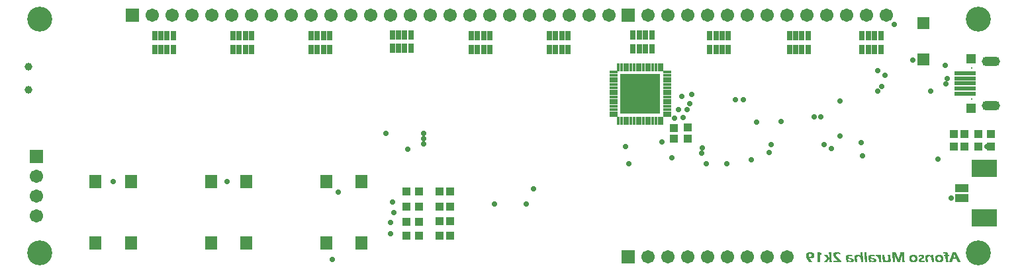
<source format=gbs>
G04*
G04 #@! TF.GenerationSoftware,Altium Limited,Altium Designer,19.0.14 (431)*
G04*
G04 Layer_Color=16711935*
%FSLAX44Y44*%
%MOMM*%
G71*
G01*
G75*
%ADD36R,1.0032X1.1032*%
%ADD37R,1.1032X1.0032*%
%ADD52C,0.2032*%
G04:AMPARAMS|DCode=53|XSize=2.3532mm|YSize=1.2532mm|CornerRadius=0.6266mm|HoleSize=0mm|Usage=FLASHONLY|Rotation=180.000|XOffset=0mm|YOffset=0mm|HoleType=Round|Shape=RoundedRectangle|*
%AMROUNDEDRECTD53*
21,1,2.3532,0.0000,0,0,180.0*
21,1,1.1000,1.2532,0,0,180.0*
1,1,1.2532,-0.5500,0.0000*
1,1,1.2532,0.5500,0.0000*
1,1,1.2532,0.5500,0.0000*
1,1,1.2532,-0.5500,0.0000*
%
%ADD53ROUNDEDRECTD53*%
%ADD54C,1.2032*%
%ADD55C,1.7032*%
%ADD56R,1.7032X1.7032*%
%ADD57R,1.7032X1.7032*%
%ADD58C,1.0033*%
%ADD59C,0.7032*%
%ADD60C,3.2032*%
%ADD87C,0.0847*%
%ADD88R,2.7032X0.6032*%
%ADD89R,1.2032X1.2032*%
%ADD90R,0.7332X1.1732*%
%ADD91R,5.1532X5.1532*%
%ADD92R,1.0432X0.4232*%
%ADD93R,0.4232X1.0432*%
%ADD94R,1.5532X1.5532*%
%ADD95R,1.8032X1.0032*%
%ADD96R,3.2032X2.3032*%
%ADD97R,1.0032X1.0032*%
%ADD98R,1.5032X1.7531*%
D36*
X1495250Y1067500D02*
D03*
X1509250D02*
D03*
X1509250Y1052000D02*
D03*
X1495250D02*
D03*
X851250Y994000D02*
D03*
X837250D02*
D03*
X851250Y974500D02*
D03*
X837250D02*
D03*
X851250Y955750D02*
D03*
X837250D02*
D03*
X851250Y937500D02*
D03*
X837250D02*
D03*
D37*
X1137500Y1075750D02*
D03*
Y1061750D02*
D03*
X1155250Y1076000D02*
D03*
Y1062000D02*
D03*
D52*
X1518420Y1152800D02*
D03*
Y1112800D02*
D03*
D53*
X1542520Y1161100D02*
D03*
X1542620Y1104500D02*
D03*
D54*
X1079650D02*
D03*
X1089650D02*
D03*
X1099650D02*
D03*
X1109650D02*
D03*
Y1114500D02*
D03*
X1099650D02*
D03*
X1089650D02*
D03*
X1079650D02*
D03*
Y1124500D02*
D03*
X1089650D02*
D03*
X1099650D02*
D03*
X1109650D02*
D03*
Y1134500D02*
D03*
X1099650D02*
D03*
X1089650D02*
D03*
X1079650D02*
D03*
D55*
X1409300Y1220470D02*
D03*
X1383900D02*
D03*
X1358500D02*
D03*
X1333100D02*
D03*
X1307700D02*
D03*
X1282300D02*
D03*
X1256900D02*
D03*
X1231500D02*
D03*
X1206100D02*
D03*
X1180700D02*
D03*
X1155300D02*
D03*
X1129900D02*
D03*
X1104500D02*
D03*
X1104400Y910220D02*
D03*
X1282200D02*
D03*
X1256800D02*
D03*
X1231400D02*
D03*
X1206000D02*
D03*
X1180600D02*
D03*
X1155200D02*
D03*
X1129800D02*
D03*
X322000Y1013400D02*
D03*
Y988000D02*
D03*
Y962600D02*
D03*
X876300Y1220470D02*
D03*
X850900D02*
D03*
X825500D02*
D03*
X723900D02*
D03*
X749300D02*
D03*
X774700D02*
D03*
X800100D02*
D03*
X901700D02*
D03*
X469900D02*
D03*
X495300D02*
D03*
X520700D02*
D03*
X546100D02*
D03*
X571500D02*
D03*
X596900D02*
D03*
X622300D02*
D03*
X647700D02*
D03*
X673100D02*
D03*
X698500D02*
D03*
X927100D02*
D03*
X952500D02*
D03*
X977900D02*
D03*
X1003300D02*
D03*
X1028700D02*
D03*
X1054100D02*
D03*
D56*
X1079100Y1220470D02*
D03*
X1079000Y910220D02*
D03*
X444500Y1220470D02*
D03*
D57*
X322000Y1038800D02*
D03*
D58*
X311500Y1124499D02*
D03*
Y1154501D02*
D03*
D59*
X1157250Y1107000D02*
D03*
X1149000Y1089000D02*
D03*
X1138000Y1088000D02*
D03*
X1122250Y1058000D02*
D03*
X1135000Y1037750D02*
D03*
X1205000Y1030000D02*
D03*
X1178600Y1029900D02*
D03*
X700000Y907000D02*
D03*
X1075000Y1052000D02*
D03*
X1350000Y1065000D02*
D03*
Y1110000D02*
D03*
X1377000Y1057000D02*
D03*
X1329000Y1054000D02*
D03*
X1262000D02*
D03*
X1259000Y1044000D02*
D03*
X1236000Y1034750D02*
D03*
X1226000Y1111499D02*
D03*
X1378611Y1040000D02*
D03*
X1339000Y1049500D02*
D03*
X1216000Y1111499D02*
D03*
X769000Y1069000D02*
D03*
X816998Y1068998D02*
D03*
Y1054998D02*
D03*
X817000Y1062000D02*
D03*
X797000Y1048000D02*
D03*
X958000Y998000D02*
D03*
X1325000Y1089750D02*
D03*
X1172998Y1042998D02*
D03*
X1317000Y1090000D02*
D03*
X1174000Y1050250D02*
D03*
X1403000Y1129000D02*
D03*
X1398000Y1123000D02*
D03*
X1484000Y1156000D02*
D03*
X1419000Y1208000D02*
D03*
X1442500Y1163000D02*
D03*
X1407000Y1143000D02*
D03*
X1398000Y1149000D02*
D03*
X1538000Y1052000D02*
D03*
X1475000Y1036000D02*
D03*
X1492000Y985625D02*
D03*
X1466000Y1123000D02*
D03*
X1484997Y1131998D02*
D03*
X1487000Y1139000D02*
D03*
X948000Y978000D02*
D03*
X907400D02*
D03*
X420000Y1007000D02*
D03*
X566000D02*
D03*
X708000Y993000D02*
D03*
X777750Y981000D02*
D03*
X779000Y967000D02*
D03*
X774700Y954000D02*
D03*
X775000Y940000D02*
D03*
X1243000Y1083000D02*
D03*
X1274000Y1084000D02*
D03*
X1080000Y1030000D02*
D03*
X1160000Y1119000D02*
D03*
X1146998Y1115998D02*
D03*
X1154000Y1099000D02*
D03*
X1143000Y1099000D02*
D03*
D60*
X326500Y1215220D02*
D03*
X1526500D02*
D03*
Y915220D02*
D03*
X326500D02*
D03*
D87*
X1426153Y912718D02*
X1431237D01*
X1388023D02*
X1393107D01*
X1306680D02*
X1309221D01*
X1489702Y904244D02*
X1492244D01*
X1489702Y905092D02*
X1493091D01*
X1490549Y905939D02*
X1493091D01*
X1490549Y906786D02*
X1493091D01*
X1490549Y907634D02*
X1493939D01*
X1427000Y913565D02*
X1431237D01*
X1427000Y914412D02*
X1431237D01*
X1427000Y915260D02*
X1431237D01*
X1427000Y916107D02*
X1431237D01*
X1407511Y904244D02*
X1413443D01*
X1429542D02*
X1432084D01*
X1404969Y905092D02*
X1414290D01*
X1429542D02*
X1432084D01*
X1429542Y905939D02*
X1431237D01*
X1429542Y906786D02*
X1431237D01*
X1429542Y907634D02*
X1431237D01*
X1429542Y908481D02*
X1431237D01*
X1429542Y909328D02*
X1431237D01*
X1429542Y910176D02*
X1431237D01*
X1429542Y911023D02*
X1431237D01*
X1428695Y911870D02*
X1431237D01*
X1348199Y914412D02*
X1349893D01*
X1341420Y915260D02*
X1349046D01*
X1343115Y916107D02*
X1348199D01*
X1341420Y904244D02*
X1350741D01*
X1341420Y905092D02*
X1350741D01*
X1346504Y905939D02*
X1349893D01*
X1345657Y906786D02*
X1349046D01*
X1344809Y907634D02*
X1348199D01*
X1387176Y904244D02*
X1388870D01*
X1387176Y905092D02*
X1388870D01*
X1368534Y905939D02*
X1371076D01*
X1387176D02*
X1388870D01*
X1368534Y906786D02*
X1371076D01*
X1368534Y907634D02*
X1371076D01*
X1368534Y908481D02*
X1370229D01*
X1386328D02*
X1393107D01*
X1368534Y909328D02*
X1370229D01*
X1386328D02*
X1389718D01*
X1368534Y910176D02*
X1371076D01*
X1386328D02*
X1388870D01*
X1368534Y911023D02*
X1371924D01*
X1386328D02*
X1388870D01*
X1368534Y911870D02*
X1375313D01*
X1386328D02*
X1393954D01*
X1306680Y913565D02*
X1309221D01*
X1306680Y914412D02*
X1310069D01*
X1307527Y915260D02*
X1315153D01*
X1307527Y907634D02*
X1310916D01*
X1307527Y908481D02*
X1310069D01*
X1306680Y909328D02*
X1310069D01*
X1306680Y910176D02*
X1309221D01*
X1306680Y911023D02*
X1309221D01*
X1306680Y911870D02*
X1309221D01*
X1493091Y912718D02*
X1494786D01*
X1496481D02*
X1499023D01*
X1474450D02*
X1478687D01*
X1482923D02*
X1488855D01*
X1451573D02*
X1455809D01*
X1460893D02*
X1464282D01*
X1466824D02*
X1468519D01*
X1441405D02*
X1445641D01*
X1410901D02*
X1413443D01*
X1416832D02*
X1418527D01*
X1419374D02*
X1421916D01*
X1395649D02*
X1398191D01*
X1399038D02*
X1401580D01*
X1404122D02*
X1405817D01*
X1370229D02*
X1374466D01*
X1376160D02*
X1377855D01*
X1381244D02*
X1382939D01*
X1359214D02*
X1364298D01*
X1329557D02*
X1332947D01*
X1336336D02*
X1338031D01*
X1341420D02*
X1343962D01*
X1313458D02*
X1316000D01*
X1321084D02*
X1323626D01*
X1493091Y913565D02*
X1495634D01*
X1496481D02*
X1499023D01*
X1493091Y914412D02*
X1498175D01*
X1493939Y915260D02*
X1498175D01*
X1493939Y916107D02*
X1497328D01*
X1491397Y909328D02*
X1500717D01*
X1492244Y910176D02*
X1494786D01*
X1497328D02*
X1500717D01*
X1492244Y911023D02*
X1494786D01*
X1497328D02*
X1499870D01*
X1492244Y911870D02*
X1494786D01*
X1497328D02*
X1499870D01*
X1500717Y904244D02*
X1503259D01*
X1499870Y905092D02*
X1503259D01*
X1499870Y905939D02*
X1502412D01*
X1499023Y906786D02*
X1502412D01*
X1499023Y907634D02*
X1501565D01*
X1491397Y908481D02*
X1501565D01*
X1484618Y913565D02*
X1487160D01*
X1484618Y914412D02*
X1487160D01*
X1482076Y915260D02*
X1482923D01*
X1483771D02*
X1487160D01*
X1482076Y916107D02*
X1486313D01*
X1473603Y904244D02*
X1479534D01*
X1485466D02*
X1488008D01*
X1472756Y905092D02*
X1480382D01*
X1485466D02*
X1488008D01*
X1471908Y905939D02*
X1475298D01*
X1477840D02*
X1481229D01*
X1485466D02*
X1487160D01*
X1471908Y906786D02*
X1474450D01*
X1478687D02*
X1481229D01*
X1485466D02*
X1487160D01*
X1471908Y907634D02*
X1473603D01*
X1479534D02*
X1481229D01*
X1485466D02*
X1487160D01*
X1471908Y908481D02*
X1473603D01*
X1479534D02*
X1481229D01*
X1484618D02*
X1487160D01*
X1471908Y909328D02*
X1473603D01*
X1478687D02*
X1481229D01*
X1484618D02*
X1487160D01*
X1471908Y910176D02*
X1474450D01*
X1478687D02*
X1481229D01*
X1484618D02*
X1487160D01*
X1471908Y911023D02*
X1475298D01*
X1476992D02*
X1480382D01*
X1484618D02*
X1487160D01*
X1472756Y911870D02*
X1480382D01*
X1482923D02*
X1488855D01*
X1451573Y904244D02*
X1457504D01*
X1460046D02*
X1461740D01*
X1467672D02*
X1469366D01*
X1450725Y905092D02*
X1457504D01*
X1460046D02*
X1461740D01*
X1467672D02*
X1469366D01*
X1450725Y905939D02*
X1453267D01*
X1459198D02*
X1461740D01*
X1467672D02*
X1469366D01*
X1450725Y906786D02*
X1453267D01*
X1459198D02*
X1461740D01*
X1466824D02*
X1469366D01*
X1451573Y907634D02*
X1454114D01*
X1459198D02*
X1460893D01*
X1466824D02*
X1469366D01*
X1452420Y908481D02*
X1455809D01*
X1459198D02*
X1460893D01*
X1466824D02*
X1469366D01*
X1454114Y909328D02*
X1456656D01*
X1459198D02*
X1460893D01*
X1466824D02*
X1468519D01*
X1454962Y910176D02*
X1456656D01*
X1459198D02*
X1461740D01*
X1465977D02*
X1468519D01*
X1450725Y911023D02*
X1451573D01*
X1454114D02*
X1456656D01*
X1459198D02*
X1462588D01*
X1465130D02*
X1468519D01*
X1450725Y911870D02*
X1456656D01*
X1459198D02*
X1468519D01*
X1440557Y904244D02*
X1446488D01*
X1439710Y905092D02*
X1447336D01*
X1438862Y905939D02*
X1442252D01*
X1444794D02*
X1448183D01*
X1438862Y906786D02*
X1441405D01*
X1445641D02*
X1448183D01*
X1438862Y907634D02*
X1440557D01*
X1446488D02*
X1448183D01*
X1438862Y908481D02*
X1440557D01*
X1446488D02*
X1448183D01*
X1438862Y909328D02*
X1440557D01*
X1445641D02*
X1448183D01*
X1438862Y910176D02*
X1441405D01*
X1445641D02*
X1448183D01*
X1438862Y911023D02*
X1442252D01*
X1443947D02*
X1447336D01*
X1439710Y911870D02*
X1447336D01*
X1416832Y913565D02*
X1418527D01*
X1419374D02*
X1421916D01*
X1416832Y914412D02*
X1421069D01*
X1416832Y915260D02*
X1421069D01*
X1416832Y916107D02*
X1420221D01*
X1417679Y904244D02*
X1419374D01*
X1423611D02*
X1426153D01*
X1417679Y905092D02*
X1419374D01*
X1422763D02*
X1426153D01*
X1410901Y905939D02*
X1414290D01*
X1417679D02*
X1419374D01*
X1422763D02*
X1426153D01*
X1411748Y906786D02*
X1414290D01*
X1417679D02*
X1419374D01*
X1422763D02*
X1427000D01*
X1411748Y907634D02*
X1414290D01*
X1417679D02*
X1419374D01*
X1421916D02*
X1424458D01*
X1425305D02*
X1427000D01*
X1411748Y908481D02*
X1413443D01*
X1417679D02*
X1419374D01*
X1421916D02*
X1423611D01*
X1425305D02*
X1427000D01*
X1411748Y909328D02*
X1413443D01*
X1416832D02*
X1419374D01*
X1421069D02*
X1423611D01*
X1425305D02*
X1427000D01*
X1411748Y910176D02*
X1413443D01*
X1416832D02*
X1419374D01*
X1421069D02*
X1422763D01*
X1425305D02*
X1427847D01*
X1411748Y911023D02*
X1413443D01*
X1416832D02*
X1419374D01*
X1420221D02*
X1422763D01*
X1426153D02*
X1427847D01*
X1410901Y911870D02*
X1413443D01*
X1416832D02*
X1418527D01*
X1420221D02*
X1421916D01*
X1426153D02*
X1427847D01*
X1390565Y904244D02*
X1394801D01*
X1399886D02*
X1402427D01*
X1404969D02*
X1406664D01*
X1389718Y905092D02*
X1390565D01*
X1392260D02*
X1395649D01*
X1399886D02*
X1401580D01*
X1393107Y905939D02*
X1395649D01*
X1399886D02*
X1401580D01*
X1404969D02*
X1407511D01*
X1393107Y906786D02*
X1395649D01*
X1399886D02*
X1401580D01*
X1404969D02*
X1406664D01*
X1391412Y907634D02*
X1394801D01*
X1399886D02*
X1401580D01*
X1404122D02*
X1406664D01*
X1399038Y908481D02*
X1401580D01*
X1404122D02*
X1406664D01*
X1399038Y909328D02*
X1401580D01*
X1404122D02*
X1406664D01*
X1398191Y910176D02*
X1401580D01*
X1404122D02*
X1406664D01*
X1397343Y911023D02*
X1401580D01*
X1404122D02*
X1405817D01*
X1395649Y911870D02*
X1401580D01*
X1404122D02*
X1405817D01*
X1376160Y913565D02*
X1377855D01*
X1381244D02*
X1382939D01*
X1376160Y914412D02*
X1377855D01*
X1381244D02*
X1382939D01*
X1376160Y915260D02*
X1377855D01*
X1381244D02*
X1382939D01*
X1376160Y916107D02*
X1377855D01*
X1381244D02*
X1382939D01*
X1369382Y904244D02*
X1371076D01*
X1377008D02*
X1378702D01*
X1382092D02*
X1383786D01*
X1369382Y905092D02*
X1371076D01*
X1377008D02*
X1378702D01*
X1382092D02*
X1383786D01*
X1377008Y905939D02*
X1378702D01*
X1382092D02*
X1383786D01*
X1377008Y906786D02*
X1378702D01*
X1382092D02*
X1383786D01*
X1386328D02*
X1388023D01*
X1376160Y907634D02*
X1378702D01*
X1381244D02*
X1383786D01*
X1386328D02*
X1388023D01*
X1376160Y908481D02*
X1378702D01*
X1381244D02*
X1383786D01*
X1376160Y909328D02*
X1378702D01*
X1381244D02*
X1383786D01*
X1375313Y910176D02*
X1378702D01*
X1381244D02*
X1383786D01*
X1374466Y911023D02*
X1378702D01*
X1381244D02*
X1383786D01*
X1376160Y911870D02*
X1377855D01*
X1381244D02*
X1382939D01*
X1358366Y904244D02*
X1360061D01*
X1361756D02*
X1365992D01*
X1358366Y905092D02*
X1360061D01*
X1360909D02*
X1361756D01*
X1363450D02*
X1366840D01*
X1358366Y905939D02*
X1360061D01*
X1364298D02*
X1366840D01*
X1357519Y906786D02*
X1359214D01*
X1364298D02*
X1366840D01*
X1357519Y907634D02*
X1359214D01*
X1362603D02*
X1365992D01*
X1357519Y908481D02*
X1364298D01*
X1357519Y909328D02*
X1360909D01*
X1357519Y910176D02*
X1360061D01*
X1357519Y911023D02*
X1360061D01*
X1357519Y911870D02*
X1365145D01*
X1336336Y913565D02*
X1338031D01*
X1341420D02*
X1343962D01*
X1335489Y914412D02*
X1338031D01*
X1341420D02*
X1345657D01*
X1335489Y915260D02*
X1338031D01*
X1335489Y916107D02*
X1338031D01*
X1329557Y904244D02*
X1332947D01*
X1336336D02*
X1338878D01*
X1330405Y905092D02*
X1332947D01*
X1336336D02*
X1338878D01*
X1331252Y905939D02*
X1333794D01*
X1336336D02*
X1338031D01*
X1332099Y906786D02*
X1334641D01*
X1336336D02*
X1338031D01*
X1332947Y907634D02*
X1335489D01*
X1336336D02*
X1338031D01*
X1332947Y908481D02*
X1335489D01*
X1336336D02*
X1338031D01*
X1343962D02*
X1347351D01*
X1332947Y909328D02*
X1335489D01*
X1336336D02*
X1338031D01*
X1343115D02*
X1346504D01*
X1332099Y910176D02*
X1334641D01*
X1336336D02*
X1338031D01*
X1342267D02*
X1345657D01*
X1331252Y911023D02*
X1333794D01*
X1336336D02*
X1338031D01*
X1342267D02*
X1344809D01*
X1330405Y911870D02*
X1333794D01*
X1336336D02*
X1338031D01*
X1341420D02*
X1343962D01*
X1313458Y913565D02*
X1316000D01*
X1321084D02*
X1323626D01*
X1324473D02*
X1325321D01*
X1311763Y914412D02*
X1316000D01*
X1321084D02*
X1325321D01*
X1321084Y915260D02*
X1325321D01*
X1309221Y916107D02*
X1313458D01*
X1321084D02*
X1323626D01*
X1310069Y904244D02*
X1313458D01*
X1321084D02*
X1323626D01*
X1309221Y905092D02*
X1312611D01*
X1321084D02*
X1323626D01*
X1309221Y905939D02*
X1311763D01*
X1321084D02*
X1323626D01*
X1308374Y906786D02*
X1311763D01*
X1321084D02*
X1323626D01*
X1321084Y907634D02*
X1323626D01*
X1321084Y908481D02*
X1323626D01*
X1310916Y909328D02*
X1315153D01*
X1321084D02*
X1323626D01*
X1310069Y910176D02*
X1316000D01*
X1321084D02*
X1323626D01*
X1312611Y911023D02*
X1316000D01*
X1321084D02*
X1323626D01*
X1313458Y911870D02*
X1316000D01*
X1321084D02*
X1323626D01*
D88*
X1510020Y1126300D02*
D03*
Y1119800D02*
D03*
Y1132800D02*
D03*
Y1139300D02*
D03*
Y1145800D02*
D03*
D89*
X1517020Y1164700D02*
D03*
Y1100900D02*
D03*
D90*
X697000Y1193750D02*
D03*
X689000D02*
D03*
X681000D02*
D03*
X673000D02*
D03*
X697000Y1176250D02*
D03*
X689000D02*
D03*
X681000D02*
D03*
X673000D02*
D03*
X801000Y1195000D02*
D03*
X793000D02*
D03*
X785000D02*
D03*
X777000D02*
D03*
X801000Y1177500D02*
D03*
X793000D02*
D03*
X785000D02*
D03*
X777000D02*
D03*
X1109000Y1194750D02*
D03*
X1101000D02*
D03*
X1093000D02*
D03*
X1085000D02*
D03*
X1109000Y1177250D02*
D03*
X1101000D02*
D03*
X1093000D02*
D03*
X1085000D02*
D03*
X1207000Y1193750D02*
D03*
X1199000D02*
D03*
X1191000D02*
D03*
X1183000D02*
D03*
X1207000Y1176250D02*
D03*
X1199000D02*
D03*
X1191000D02*
D03*
X1183000D02*
D03*
X497000Y1193750D02*
D03*
X489000D02*
D03*
X481000D02*
D03*
X473000D02*
D03*
X497000Y1176250D02*
D03*
X489000D02*
D03*
X481000D02*
D03*
X473000D02*
D03*
X597000Y1193750D02*
D03*
X589000D02*
D03*
X581000D02*
D03*
X573000D02*
D03*
X597000Y1176250D02*
D03*
X589000D02*
D03*
X581000D02*
D03*
X573000D02*
D03*
X902000Y1193750D02*
D03*
X894000D02*
D03*
X886000D02*
D03*
X878000D02*
D03*
X902000Y1176250D02*
D03*
X894000D02*
D03*
X886000D02*
D03*
X878000D02*
D03*
X1002000Y1193750D02*
D03*
X994000D02*
D03*
X986000D02*
D03*
X978000D02*
D03*
X1002000Y1176250D02*
D03*
X994000D02*
D03*
X986000D02*
D03*
X978000D02*
D03*
X1309000Y1193750D02*
D03*
X1301000D02*
D03*
X1293000D02*
D03*
X1285000D02*
D03*
X1309000Y1176250D02*
D03*
X1301000D02*
D03*
X1293000D02*
D03*
X1285000D02*
D03*
X1402000Y1193750D02*
D03*
X1394000D02*
D03*
X1386000D02*
D03*
X1378000D02*
D03*
X1402000Y1176250D02*
D03*
X1394000D02*
D03*
X1386000D02*
D03*
X1378000D02*
D03*
D91*
X1094250Y1119300D02*
D03*
D92*
X1059800Y1147300D02*
D03*
Y1143300D02*
D03*
Y1139300D02*
D03*
Y1135300D02*
D03*
Y1131300D02*
D03*
Y1127300D02*
D03*
Y1123300D02*
D03*
Y1119300D02*
D03*
Y1115300D02*
D03*
Y1111300D02*
D03*
Y1107300D02*
D03*
Y1103300D02*
D03*
Y1099300D02*
D03*
Y1095300D02*
D03*
Y1091300D02*
D03*
X1128700D02*
D03*
Y1095300D02*
D03*
Y1099300D02*
D03*
Y1103300D02*
D03*
Y1107300D02*
D03*
Y1111300D02*
D03*
Y1115300D02*
D03*
Y1119300D02*
D03*
Y1123300D02*
D03*
Y1127300D02*
D03*
Y1131300D02*
D03*
Y1135300D02*
D03*
Y1139300D02*
D03*
Y1143300D02*
D03*
Y1147300D02*
D03*
D93*
X1122250Y1153750D02*
D03*
X1118250D02*
D03*
X1114250D02*
D03*
X1110250D02*
D03*
X1106250D02*
D03*
X1102250D02*
D03*
X1098250D02*
D03*
X1094250D02*
D03*
X1090250D02*
D03*
X1086250D02*
D03*
X1082250D02*
D03*
X1078250D02*
D03*
X1074250D02*
D03*
X1070250D02*
D03*
X1066250D02*
D03*
Y1084850D02*
D03*
X1070250D02*
D03*
X1074250D02*
D03*
X1078250D02*
D03*
X1082250D02*
D03*
X1086250D02*
D03*
X1090250D02*
D03*
X1094250D02*
D03*
X1098250D02*
D03*
X1102250D02*
D03*
X1106250D02*
D03*
X1110250D02*
D03*
X1114250D02*
D03*
X1118250D02*
D03*
X1122250D02*
D03*
D94*
X1456250Y1210500D02*
D03*
Y1163500D02*
D03*
D95*
X1505500Y998250D02*
D03*
Y985750D02*
D03*
D96*
X1534500Y1023750D02*
D03*
Y960250D02*
D03*
D97*
X1542620Y1068000D02*
D03*
X1526620D02*
D03*
X1542620Y1052000D02*
D03*
X1526620D02*
D03*
X795230Y955500D02*
D03*
X811230D02*
D03*
X795230Y974500D02*
D03*
X811230D02*
D03*
X795230Y937250D02*
D03*
X811230D02*
D03*
X795130Y994000D02*
D03*
X811130D02*
D03*
D98*
X442499Y927799D02*
D03*
Y1007301D02*
D03*
X397501Y927799D02*
D03*
Y1007301D02*
D03*
X737499Y927799D02*
D03*
Y1007301D02*
D03*
X692501Y927799D02*
D03*
Y1007301D02*
D03*
X589999Y927799D02*
D03*
Y1007301D02*
D03*
X545001Y927799D02*
D03*
Y1007301D02*
D03*
M02*

</source>
